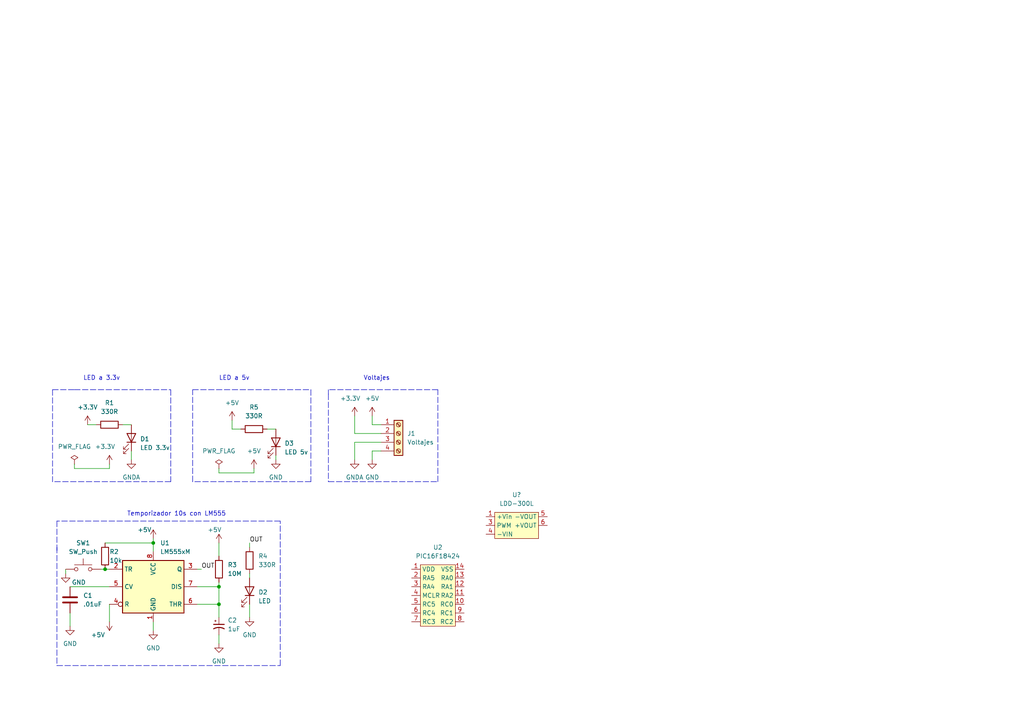
<source format=kicad_sch>
(kicad_sch (version 20211123) (generator eeschema)

  (uuid 33875fe4-0297-47c1-9469-f1fad3189245)

  (paper "A4")

  (title_block
    (title "Test")
    (date "2022-12-19")
    (rev "V1.0")
    (company "ElectronicCats")
    (comment 1 "Gustavo Ornelas")
  )

  (lib_symbols
    (symbol "Connector:Screw_Terminal_01x04" (pin_names (offset 1.016) hide) (in_bom yes) (on_board yes)
      (property "Reference" "J" (id 0) (at 0 5.08 0)
        (effects (font (size 1.27 1.27)))
      )
      (property "Value" "Screw_Terminal_01x04" (id 1) (at 0 -7.62 0)
        (effects (font (size 1.27 1.27)))
      )
      (property "Footprint" "" (id 2) (at 0 0 0)
        (effects (font (size 1.27 1.27)) hide)
      )
      (property "Datasheet" "~" (id 3) (at 0 0 0)
        (effects (font (size 1.27 1.27)) hide)
      )
      (property "ki_keywords" "screw terminal" (id 4) (at 0 0 0)
        (effects (font (size 1.27 1.27)) hide)
      )
      (property "ki_description" "Generic screw terminal, single row, 01x04, script generated (kicad-library-utils/schlib/autogen/connector/)" (id 5) (at 0 0 0)
        (effects (font (size 1.27 1.27)) hide)
      )
      (property "ki_fp_filters" "TerminalBlock*:*" (id 6) (at 0 0 0)
        (effects (font (size 1.27 1.27)) hide)
      )
      (symbol "Screw_Terminal_01x04_1_1"
        (rectangle (start -1.27 3.81) (end 1.27 -6.35)
          (stroke (width 0.254) (type default) (color 0 0 0 0))
          (fill (type background))
        )
        (circle (center 0 -5.08) (radius 0.635)
          (stroke (width 0.1524) (type default) (color 0 0 0 0))
          (fill (type none))
        )
        (circle (center 0 -2.54) (radius 0.635)
          (stroke (width 0.1524) (type default) (color 0 0 0 0))
          (fill (type none))
        )
        (polyline
          (pts
            (xy -0.5334 -4.7498)
            (xy 0.3302 -5.588)
          )
          (stroke (width 0.1524) (type default) (color 0 0 0 0))
          (fill (type none))
        )
        (polyline
          (pts
            (xy -0.5334 -2.2098)
            (xy 0.3302 -3.048)
          )
          (stroke (width 0.1524) (type default) (color 0 0 0 0))
          (fill (type none))
        )
        (polyline
          (pts
            (xy -0.5334 0.3302)
            (xy 0.3302 -0.508)
          )
          (stroke (width 0.1524) (type default) (color 0 0 0 0))
          (fill (type none))
        )
        (polyline
          (pts
            (xy -0.5334 2.8702)
            (xy 0.3302 2.032)
          )
          (stroke (width 0.1524) (type default) (color 0 0 0 0))
          (fill (type none))
        )
        (polyline
          (pts
            (xy -0.3556 -4.572)
            (xy 0.508 -5.4102)
          )
          (stroke (width 0.1524) (type default) (color 0 0 0 0))
          (fill (type none))
        )
        (polyline
          (pts
            (xy -0.3556 -2.032)
            (xy 0.508 -2.8702)
          )
          (stroke (width 0.1524) (type default) (color 0 0 0 0))
          (fill (type none))
        )
        (polyline
          (pts
            (xy -0.3556 0.508)
            (xy 0.508 -0.3302)
          )
          (stroke (width 0.1524) (type default) (color 0 0 0 0))
          (fill (type none))
        )
        (polyline
          (pts
            (xy -0.3556 3.048)
            (xy 0.508 2.2098)
          )
          (stroke (width 0.1524) (type default) (color 0 0 0 0))
          (fill (type none))
        )
        (circle (center 0 0) (radius 0.635)
          (stroke (width 0.1524) (type default) (color 0 0 0 0))
          (fill (type none))
        )
        (circle (center 0 2.54) (radius 0.635)
          (stroke (width 0.1524) (type default) (color 0 0 0 0))
          (fill (type none))
        )
        (pin passive line (at -5.08 2.54 0) (length 3.81)
          (name "Pin_1" (effects (font (size 1.27 1.27))))
          (number "1" (effects (font (size 1.27 1.27))))
        )
        (pin passive line (at -5.08 0 0) (length 3.81)
          (name "Pin_2" (effects (font (size 1.27 1.27))))
          (number "2" (effects (font (size 1.27 1.27))))
        )
        (pin passive line (at -5.08 -2.54 0) (length 3.81)
          (name "Pin_3" (effects (font (size 1.27 1.27))))
          (number "3" (effects (font (size 1.27 1.27))))
        )
        (pin passive line (at -5.08 -5.08 0) (length 3.81)
          (name "Pin_4" (effects (font (size 1.27 1.27))))
          (number "4" (effects (font (size 1.27 1.27))))
        )
      )
    )
    (symbol "Device:C" (pin_numbers hide) (pin_names (offset 0.254)) (in_bom yes) (on_board yes)
      (property "Reference" "C" (id 0) (at 0.635 2.54 0)
        (effects (font (size 1.27 1.27)) (justify left))
      )
      (property "Value" "C" (id 1) (at 0.635 -2.54 0)
        (effects (font (size 1.27 1.27)) (justify left))
      )
      (property "Footprint" "" (id 2) (at 0.9652 -3.81 0)
        (effects (font (size 1.27 1.27)) hide)
      )
      (property "Datasheet" "~" (id 3) (at 0 0 0)
        (effects (font (size 1.27 1.27)) hide)
      )
      (property "ki_keywords" "cap capacitor" (id 4) (at 0 0 0)
        (effects (font (size 1.27 1.27)) hide)
      )
      (property "ki_description" "Unpolarized capacitor" (id 5) (at 0 0 0)
        (effects (font (size 1.27 1.27)) hide)
      )
      (property "ki_fp_filters" "C_*" (id 6) (at 0 0 0)
        (effects (font (size 1.27 1.27)) hide)
      )
      (symbol "C_0_1"
        (polyline
          (pts
            (xy -2.032 -0.762)
            (xy 2.032 -0.762)
          )
          (stroke (width 0.508) (type default) (color 0 0 0 0))
          (fill (type none))
        )
        (polyline
          (pts
            (xy -2.032 0.762)
            (xy 2.032 0.762)
          )
          (stroke (width 0.508) (type default) (color 0 0 0 0))
          (fill (type none))
        )
      )
      (symbol "C_1_1"
        (pin passive line (at 0 3.81 270) (length 2.794)
          (name "~" (effects (font (size 1.27 1.27))))
          (number "1" (effects (font (size 1.27 1.27))))
        )
        (pin passive line (at 0 -3.81 90) (length 2.794)
          (name "~" (effects (font (size 1.27 1.27))))
          (number "2" (effects (font (size 1.27 1.27))))
        )
      )
    )
    (symbol "Device:C_Polarized_Small_US" (pin_numbers hide) (pin_names (offset 0.254) hide) (in_bom yes) (on_board yes)
      (property "Reference" "C" (id 0) (at 0.254 1.778 0)
        (effects (font (size 1.27 1.27)) (justify left))
      )
      (property "Value" "C_Polarized_Small_US" (id 1) (at 0.254 -2.032 0)
        (effects (font (size 1.27 1.27)) (justify left))
      )
      (property "Footprint" "" (id 2) (at 0 0 0)
        (effects (font (size 1.27 1.27)) hide)
      )
      (property "Datasheet" "~" (id 3) (at 0 0 0)
        (effects (font (size 1.27 1.27)) hide)
      )
      (property "ki_keywords" "cap capacitor" (id 4) (at 0 0 0)
        (effects (font (size 1.27 1.27)) hide)
      )
      (property "ki_description" "Polarized capacitor, small US symbol" (id 5) (at 0 0 0)
        (effects (font (size 1.27 1.27)) hide)
      )
      (property "ki_fp_filters" "CP_*" (id 6) (at 0 0 0)
        (effects (font (size 1.27 1.27)) hide)
      )
      (symbol "C_Polarized_Small_US_0_1"
        (polyline
          (pts
            (xy -1.524 0.508)
            (xy 1.524 0.508)
          )
          (stroke (width 0.3048) (type default) (color 0 0 0 0))
          (fill (type none))
        )
        (polyline
          (pts
            (xy -1.27 1.524)
            (xy -0.762 1.524)
          )
          (stroke (width 0) (type default) (color 0 0 0 0))
          (fill (type none))
        )
        (polyline
          (pts
            (xy -1.016 1.27)
            (xy -1.016 1.778)
          )
          (stroke (width 0) (type default) (color 0 0 0 0))
          (fill (type none))
        )
        (arc (start 1.524 -0.762) (mid 0 -0.3734) (end -1.524 -0.762)
          (stroke (width 0.3048) (type default) (color 0 0 0 0))
          (fill (type none))
        )
      )
      (symbol "C_Polarized_Small_US_1_1"
        (pin passive line (at 0 2.54 270) (length 2.032)
          (name "~" (effects (font (size 1.27 1.27))))
          (number "1" (effects (font (size 1.27 1.27))))
        )
        (pin passive line (at 0 -2.54 90) (length 2.032)
          (name "~" (effects (font (size 1.27 1.27))))
          (number "2" (effects (font (size 1.27 1.27))))
        )
      )
    )
    (symbol "Device:LED" (pin_numbers hide) (pin_names (offset 1.016) hide) (in_bom yes) (on_board yes)
      (property "Reference" "D" (id 0) (at 0 2.54 0)
        (effects (font (size 1.27 1.27)))
      )
      (property "Value" "LED" (id 1) (at 0 -2.54 0)
        (effects (font (size 1.27 1.27)))
      )
      (property "Footprint" "" (id 2) (at 0 0 0)
        (effects (font (size 1.27 1.27)) hide)
      )
      (property "Datasheet" "~" (id 3) (at 0 0 0)
        (effects (font (size 1.27 1.27)) hide)
      )
      (property "ki_keywords" "LED diode" (id 4) (at 0 0 0)
        (effects (font (size 1.27 1.27)) hide)
      )
      (property "ki_description" "Light emitting diode" (id 5) (at 0 0 0)
        (effects (font (size 1.27 1.27)) hide)
      )
      (property "ki_fp_filters" "LED* LED_SMD:* LED_THT:*" (id 6) (at 0 0 0)
        (effects (font (size 1.27 1.27)) hide)
      )
      (symbol "LED_0_1"
        (polyline
          (pts
            (xy -1.27 -1.27)
            (xy -1.27 1.27)
          )
          (stroke (width 0.254) (type default) (color 0 0 0 0))
          (fill (type none))
        )
        (polyline
          (pts
            (xy -1.27 0)
            (xy 1.27 0)
          )
          (stroke (width 0) (type default) (color 0 0 0 0))
          (fill (type none))
        )
        (polyline
          (pts
            (xy 1.27 -1.27)
            (xy 1.27 1.27)
            (xy -1.27 0)
            (xy 1.27 -1.27)
          )
          (stroke (width 0.254) (type default) (color 0 0 0 0))
          (fill (type none))
        )
        (polyline
          (pts
            (xy -3.048 -0.762)
            (xy -4.572 -2.286)
            (xy -3.81 -2.286)
            (xy -4.572 -2.286)
            (xy -4.572 -1.524)
          )
          (stroke (width 0) (type default) (color 0 0 0 0))
          (fill (type none))
        )
        (polyline
          (pts
            (xy -1.778 -0.762)
            (xy -3.302 -2.286)
            (xy -2.54 -2.286)
            (xy -3.302 -2.286)
            (xy -3.302 -1.524)
          )
          (stroke (width 0) (type default) (color 0 0 0 0))
          (fill (type none))
        )
      )
      (symbol "LED_1_1"
        (pin passive line (at -3.81 0 0) (length 2.54)
          (name "K" (effects (font (size 1.27 1.27))))
          (number "1" (effects (font (size 1.27 1.27))))
        )
        (pin passive line (at 3.81 0 180) (length 2.54)
          (name "A" (effects (font (size 1.27 1.27))))
          (number "2" (effects (font (size 1.27 1.27))))
        )
      )
    )
    (symbol "Device:R" (pin_numbers hide) (pin_names (offset 0)) (in_bom yes) (on_board yes)
      (property "Reference" "R" (id 0) (at 2.032 0 90)
        (effects (font (size 1.27 1.27)))
      )
      (property "Value" "R" (id 1) (at 0 0 90)
        (effects (font (size 1.27 1.27)))
      )
      (property "Footprint" "" (id 2) (at -1.778 0 90)
        (effects (font (size 1.27 1.27)) hide)
      )
      (property "Datasheet" "~" (id 3) (at 0 0 0)
        (effects (font (size 1.27 1.27)) hide)
      )
      (property "ki_keywords" "R res resistor" (id 4) (at 0 0 0)
        (effects (font (size 1.27 1.27)) hide)
      )
      (property "ki_description" "Resistor" (id 5) (at 0 0 0)
        (effects (font (size 1.27 1.27)) hide)
      )
      (property "ki_fp_filters" "R_*" (id 6) (at 0 0 0)
        (effects (font (size 1.27 1.27)) hide)
      )
      (symbol "R_0_1"
        (rectangle (start -1.016 -2.54) (end 1.016 2.54)
          (stroke (width 0.254) (type default) (color 0 0 0 0))
          (fill (type none))
        )
      )
      (symbol "R_1_1"
        (pin passive line (at 0 3.81 270) (length 1.27)
          (name "~" (effects (font (size 1.27 1.27))))
          (number "1" (effects (font (size 1.27 1.27))))
        )
        (pin passive line (at 0 -3.81 90) (length 1.27)
          (name "~" (effects (font (size 1.27 1.27))))
          (number "2" (effects (font (size 1.27 1.27))))
        )
      )
    )
    (symbol "Proyecto_1:LDD-300L" (in_bom yes) (on_board yes)
      (property "Reference" "U" (id 0) (at 1.27 -1.27 0)
        (effects (font (size 1.27 1.27)))
      )
      (property "Value" "LDD-300L" (id 1) (at 6.35 -12.7 0)
        (effects (font (size 1.27 1.27)))
      )
      (property "Footprint" "" (id 2) (at 0 0 0)
        (effects (font (size 1.27 1.27)) hide)
      )
      (property "Datasheet" "https://www.mouser.mx/datasheet/2/260/LDD_L_SPEC-1291586.pdf" (id 3) (at 0 0 0)
        (effects (font (size 1.27 1.27)) hide)
      )
      (symbol "LDD-300L_0_1"
        (rectangle (start -1.27 -2.54) (end 11.43 -10.16)
          (stroke (width 0) (type default) (color 0 0 0 0))
          (fill (type background))
        )
      )
      (symbol "LDD-300L_1_1"
        (pin input line (at -3.81 -3.81 0) (length 2.54)
          (name "+Vin" (effects (font (size 1.27 1.27))))
          (number "1" (effects (font (size 1.27 1.27))))
        )
        (pin input line (at -3.81 -6.35 0) (length 2.54)
          (name "PWM" (effects (font (size 1.27 1.27))))
          (number "3" (effects (font (size 1.27 1.27))))
        )
        (pin input line (at -3.81 -8.89 0) (length 2.54)
          (name "-VIN" (effects (font (size 1.27 1.27))))
          (number "4" (effects (font (size 1.27 1.27))))
        )
        (pin input line (at 13.97 -3.81 180) (length 2.54)
          (name "-VOUT" (effects (font (size 1.27 1.27))))
          (number "5" (effects (font (size 1.27 1.27))))
        )
        (pin input line (at 13.97 -6.35 180) (length 2.54)
          (name "+VOUT" (effects (font (size 1.27 1.27))))
          (number "6" (effects (font (size 1.27 1.27))))
        )
      )
    )
    (symbol "Proyecto_1:PIC16F18424" (in_bom yes) (on_board yes)
      (property "Reference" "U" (id 0) (at -3.81 0 0)
        (effects (font (size 1.27 1.27)))
      )
      (property "Value" "PIC16F18424" (id 1) (at 0 -20.32 0)
        (effects (font (size 1.27 1.27)))
      )
      (property "Footprint" "Package_SO:SOIC-14_3.9x8.7mm_P1.27mm" (id 2) (at 0 0 0)
        (effects (font (size 1.27 1.27)) hide)
      )
      (property "Datasheet" "https://www.mouser.mx/datasheet/2/268/PIC16_L_F18424_44_Microcontroller_Data_Sheet_DS400-3044375.pdf" (id 3) (at 0 0 0)
        (effects (font (size 1.27 1.27)) hide)
      )
      (property "Manuf°" "PIC16F18424-I/SL" (id 4) (at 0 0 0)
        (effects (font (size 1.27 1.27)) hide)
      )
      (symbol "PIC16F18424_0_1"
        (rectangle (start -5.08 -1.27) (end 5.08 -19.05)
          (stroke (width 0) (type default) (color 0 0 0 0))
          (fill (type background))
        )
      )
      (symbol "PIC16F18424_1_1"
        (pin input line (at -7.62 -2.54 0) (length 2.54)
          (name "VDD" (effects (font (size 1.27 1.27))))
          (number "1" (effects (font (size 1.27 1.27))))
        )
        (pin input line (at 7.62 -12.7 180) (length 2.54)
          (name "RC0" (effects (font (size 1.27 1.27))))
          (number "10" (effects (font (size 1.27 1.27))))
        )
        (pin input line (at 7.62 -10.16 180) (length 2.54)
          (name "RA2" (effects (font (size 1.27 1.27))))
          (number "11" (effects (font (size 1.27 1.27))))
        )
        (pin input line (at 7.62 -7.62 180) (length 2.54)
          (name "RA1" (effects (font (size 1.27 1.27))))
          (number "12" (effects (font (size 1.27 1.27))))
        )
        (pin input line (at 7.62 -5.08 180) (length 2.54)
          (name "RA0" (effects (font (size 1.27 1.27))))
          (number "13" (effects (font (size 1.27 1.27))))
        )
        (pin input line (at 7.62 -2.54 180) (length 2.54)
          (name "VSS" (effects (font (size 1.27 1.27))))
          (number "14" (effects (font (size 1.27 1.27))))
        )
        (pin input line (at -7.62 -5.08 0) (length 2.54)
          (name "RA5" (effects (font (size 1.27 1.27))))
          (number "2" (effects (font (size 1.27 1.27))))
        )
        (pin input line (at -7.62 -7.62 0) (length 2.54)
          (name "RA4" (effects (font (size 1.27 1.27))))
          (number "3" (effects (font (size 1.27 1.27))))
        )
        (pin input line (at -7.62 -10.16 0) (length 2.54)
          (name "MCLR" (effects (font (size 1.27 1.27))))
          (number "4" (effects (font (size 1.27 1.27))))
        )
        (pin input line (at -7.62 -12.7 0) (length 2.54)
          (name "RC5" (effects (font (size 1.27 1.27))))
          (number "5" (effects (font (size 1.27 1.27))))
        )
        (pin input line (at -7.62 -15.24 0) (length 2.54)
          (name "RC4" (effects (font (size 1.27 1.27))))
          (number "6" (effects (font (size 1.27 1.27))))
        )
        (pin input line (at -7.62 -17.78 0) (length 2.54)
          (name "RC3" (effects (font (size 1.27 1.27))))
          (number "7" (effects (font (size 1.27 1.27))))
        )
        (pin input line (at 7.62 -17.78 180) (length 2.54)
          (name "RC2" (effects (font (size 1.27 1.27))))
          (number "8" (effects (font (size 1.27 1.27))))
        )
        (pin input line (at 7.62 -15.24 180) (length 2.54)
          (name "RC1" (effects (font (size 1.27 1.27))))
          (number "9" (effects (font (size 1.27 1.27))))
        )
      )
    )
    (symbol "Switch:SW_Push" (pin_numbers hide) (pin_names (offset 1.016) hide) (in_bom yes) (on_board yes)
      (property "Reference" "SW" (id 0) (at 1.27 2.54 0)
        (effects (font (size 1.27 1.27)) (justify left))
      )
      (property "Value" "SW_Push" (id 1) (at 0 -1.524 0)
        (effects (font (size 1.27 1.27)))
      )
      (property "Footprint" "" (id 2) (at 0 5.08 0)
        (effects (font (size 1.27 1.27)) hide)
      )
      (property "Datasheet" "~" (id 3) (at 0 5.08 0)
        (effects (font (size 1.27 1.27)) hide)
      )
      (property "ki_keywords" "switch normally-open pushbutton push-button" (id 4) (at 0 0 0)
        (effects (font (size 1.27 1.27)) hide)
      )
      (property "ki_description" "Push button switch, generic, two pins" (id 5) (at 0 0 0)
        (effects (font (size 1.27 1.27)) hide)
      )
      (symbol "SW_Push_0_1"
        (circle (center -2.032 0) (radius 0.508)
          (stroke (width 0) (type default) (color 0 0 0 0))
          (fill (type none))
        )
        (polyline
          (pts
            (xy 0 1.27)
            (xy 0 3.048)
          )
          (stroke (width 0) (type default) (color 0 0 0 0))
          (fill (type none))
        )
        (polyline
          (pts
            (xy 2.54 1.27)
            (xy -2.54 1.27)
          )
          (stroke (width 0) (type default) (color 0 0 0 0))
          (fill (type none))
        )
        (circle (center 2.032 0) (radius 0.508)
          (stroke (width 0) (type default) (color 0 0 0 0))
          (fill (type none))
        )
        (pin passive line (at -5.08 0 0) (length 2.54)
          (name "1" (effects (font (size 1.27 1.27))))
          (number "1" (effects (font (size 1.27 1.27))))
        )
        (pin passive line (at 5.08 0 180) (length 2.54)
          (name "2" (effects (font (size 1.27 1.27))))
          (number "2" (effects (font (size 1.27 1.27))))
        )
      )
    )
    (symbol "Timer:LM555xM" (in_bom yes) (on_board yes)
      (property "Reference" "U" (id 0) (at -10.16 8.89 0)
        (effects (font (size 1.27 1.27)) (justify left))
      )
      (property "Value" "LM555xM" (id 1) (at 2.54 8.89 0)
        (effects (font (size 1.27 1.27)) (justify left))
      )
      (property "Footprint" "Package_SO:SOIC-8_3.9x4.9mm_P1.27mm" (id 2) (at 21.59 -10.16 0)
        (effects (font (size 1.27 1.27)) hide)
      )
      (property "Datasheet" "http://www.ti.com/lit/ds/symlink/lm555.pdf" (id 3) (at 21.59 -10.16 0)
        (effects (font (size 1.27 1.27)) hide)
      )
      (property "ki_keywords" "single timer 555" (id 4) (at 0 0 0)
        (effects (font (size 1.27 1.27)) hide)
      )
      (property "ki_description" "Timer, 555 compatible, SOIC-8" (id 5) (at 0 0 0)
        (effects (font (size 1.27 1.27)) hide)
      )
      (property "ki_fp_filters" "SOIC*3.9x4.9mm*P1.27mm*" (id 6) (at 0 0 0)
        (effects (font (size 1.27 1.27)) hide)
      )
      (symbol "LM555xM_0_0"
        (pin power_in line (at 0 -10.16 90) (length 2.54)
          (name "GND" (effects (font (size 1.27 1.27))))
          (number "1" (effects (font (size 1.27 1.27))))
        )
        (pin power_in line (at 0 10.16 270) (length 2.54)
          (name "VCC" (effects (font (size 1.27 1.27))))
          (number "8" (effects (font (size 1.27 1.27))))
        )
      )
      (symbol "LM555xM_0_1"
        (rectangle (start -8.89 -7.62) (end 8.89 7.62)
          (stroke (width 0.254) (type default) (color 0 0 0 0))
          (fill (type background))
        )
        (rectangle (start -8.89 -7.62) (end 8.89 7.62)
          (stroke (width 0.254) (type default) (color 0 0 0 0))
          (fill (type background))
        )
      )
      (symbol "LM555xM_1_1"
        (pin input line (at -12.7 5.08 0) (length 3.81)
          (name "TR" (effects (font (size 1.27 1.27))))
          (number "2" (effects (font (size 1.27 1.27))))
        )
        (pin output line (at 12.7 5.08 180) (length 3.81)
          (name "Q" (effects (font (size 1.27 1.27))))
          (number "3" (effects (font (size 1.27 1.27))))
        )
        (pin input inverted (at -12.7 -5.08 0) (length 3.81)
          (name "R" (effects (font (size 1.27 1.27))))
          (number "4" (effects (font (size 1.27 1.27))))
        )
        (pin input line (at -12.7 0 0) (length 3.81)
          (name "CV" (effects (font (size 1.27 1.27))))
          (number "5" (effects (font (size 1.27 1.27))))
        )
        (pin input line (at 12.7 -5.08 180) (length 3.81)
          (name "THR" (effects (font (size 1.27 1.27))))
          (number "6" (effects (font (size 1.27 1.27))))
        )
        (pin input line (at 12.7 0 180) (length 3.81)
          (name "DIS" (effects (font (size 1.27 1.27))))
          (number "7" (effects (font (size 1.27 1.27))))
        )
      )
    )
    (symbol "power:+3.3V" (power) (pin_names (offset 0)) (in_bom yes) (on_board yes)
      (property "Reference" "#PWR" (id 0) (at 0 -3.81 0)
        (effects (font (size 1.27 1.27)) hide)
      )
      (property "Value" "+3.3V" (id 1) (at 0 3.556 0)
        (effects (font (size 1.27 1.27)))
      )
      (property "Footprint" "" (id 2) (at 0 0 0)
        (effects (font (size 1.27 1.27)) hide)
      )
      (property "Datasheet" "" (id 3) (at 0 0 0)
        (effects (font (size 1.27 1.27)) hide)
      )
      (property "ki_keywords" "power-flag" (id 4) (at 0 0 0)
        (effects (font (size 1.27 1.27)) hide)
      )
      (property "ki_description" "Power symbol creates a global label with name \"+3.3V\"" (id 5) (at 0 0 0)
        (effects (font (size 1.27 1.27)) hide)
      )
      (symbol "+3.3V_0_1"
        (polyline
          (pts
            (xy -0.762 1.27)
            (xy 0 2.54)
          )
          (stroke (width 0) (type default) (color 0 0 0 0))
          (fill (type none))
        )
        (polyline
          (pts
            (xy 0 0)
            (xy 0 2.54)
          )
          (stroke (width 0) (type default) (color 0 0 0 0))
          (fill (type none))
        )
        (polyline
          (pts
            (xy 0 2.54)
            (xy 0.762 1.27)
          )
          (stroke (width 0) (type default) (color 0 0 0 0))
          (fill (type none))
        )
      )
      (symbol "+3.3V_1_1"
        (pin power_in line (at 0 0 90) (length 0) hide
          (name "+3.3V" (effects (font (size 1.27 1.27))))
          (number "1" (effects (font (size 1.27 1.27))))
        )
      )
    )
    (symbol "power:+5V" (power) (pin_names (offset 0)) (in_bom yes) (on_board yes)
      (property "Reference" "#PWR" (id 0) (at 0 -3.81 0)
        (effects (font (size 1.27 1.27)) hide)
      )
      (property "Value" "+5V" (id 1) (at 0 3.556 0)
        (effects (font (size 1.27 1.27)))
      )
      (property "Footprint" "" (id 2) (at 0 0 0)
        (effects (font (size 1.27 1.27)) hide)
      )
      (property "Datasheet" "" (id 3) (at 0 0 0)
        (effects (font (size 1.27 1.27)) hide)
      )
      (property "ki_keywords" "power-flag" (id 4) (at 0 0 0)
        (effects (font (size 1.27 1.27)) hide)
      )
      (property "ki_description" "Power symbol creates a global label with name \"+5V\"" (id 5) (at 0 0 0)
        (effects (font (size 1.27 1.27)) hide)
      )
      (symbol "+5V_0_1"
        (polyline
          (pts
            (xy -0.762 1.27)
            (xy 0 2.54)
          )
          (stroke (width 0) (type default) (color 0 0 0 0))
          (fill (type none))
        )
        (polyline
          (pts
            (xy 0 0)
            (xy 0 2.54)
          )
          (stroke (width 0) (type default) (color 0 0 0 0))
          (fill (type none))
        )
        (polyline
          (pts
            (xy 0 2.54)
            (xy 0.762 1.27)
          )
          (stroke (width 0) (type default) (color 0 0 0 0))
          (fill (type none))
        )
      )
      (symbol "+5V_1_1"
        (pin power_in line (at 0 0 90) (length 0) hide
          (name "+5V" (effects (font (size 1.27 1.27))))
          (number "1" (effects (font (size 1.27 1.27))))
        )
      )
    )
    (symbol "power:GND" (power) (pin_names (offset 0)) (in_bom yes) (on_board yes)
      (property "Reference" "#PWR" (id 0) (at 0 -6.35 0)
        (effects (font (size 1.27 1.27)) hide)
      )
      (property "Value" "GND" (id 1) (at 0 -3.81 0)
        (effects (font (size 1.27 1.27)))
      )
      (property "Footprint" "" (id 2) (at 0 0 0)
        (effects (font (size 1.27 1.27)) hide)
      )
      (property "Datasheet" "" (id 3) (at 0 0 0)
        (effects (font (size 1.27 1.27)) hide)
      )
      (property "ki_keywords" "power-flag" (id 4) (at 0 0 0)
        (effects (font (size 1.27 1.27)) hide)
      )
      (property "ki_description" "Power symbol creates a global label with name \"GND\" , ground" (id 5) (at 0 0 0)
        (effects (font (size 1.27 1.27)) hide)
      )
      (symbol "GND_0_1"
        (polyline
          (pts
            (xy 0 0)
            (xy 0 -1.27)
            (xy 1.27 -1.27)
            (xy 0 -2.54)
            (xy -1.27 -1.27)
            (xy 0 -1.27)
          )
          (stroke (width 0) (type default) (color 0 0 0 0))
          (fill (type none))
        )
      )
      (symbol "GND_1_1"
        (pin power_in line (at 0 0 270) (length 0) hide
          (name "GND" (effects (font (size 1.27 1.27))))
          (number "1" (effects (font (size 1.27 1.27))))
        )
      )
    )
    (symbol "power:GNDA" (power) (pin_names (offset 0)) (in_bom yes) (on_board yes)
      (property "Reference" "#PWR" (id 0) (at 0 -6.35 0)
        (effects (font (size 1.27 1.27)) hide)
      )
      (property "Value" "GNDA" (id 1) (at 0 -3.81 0)
        (effects (font (size 1.27 1.27)))
      )
      (property "Footprint" "" (id 2) (at 0 0 0)
        (effects (font (size 1.27 1.27)) hide)
      )
      (property "Datasheet" "" (id 3) (at 0 0 0)
        (effects (font (size 1.27 1.27)) hide)
      )
      (property "ki_keywords" "power-flag" (id 4) (at 0 0 0)
        (effects (font (size 1.27 1.27)) hide)
      )
      (property "ki_description" "Power symbol creates a global label with name \"GNDA\" , analog ground" (id 5) (at 0 0 0)
        (effects (font (size 1.27 1.27)) hide)
      )
      (symbol "GNDA_0_1"
        (polyline
          (pts
            (xy 0 0)
            (xy 0 -1.27)
            (xy 1.27 -1.27)
            (xy 0 -2.54)
            (xy -1.27 -1.27)
            (xy 0 -1.27)
          )
          (stroke (width 0) (type default) (color 0 0 0 0))
          (fill (type none))
        )
      )
      (symbol "GNDA_1_1"
        (pin power_in line (at 0 0 270) (length 0) hide
          (name "GNDA" (effects (font (size 1.27 1.27))))
          (number "1" (effects (font (size 1.27 1.27))))
        )
      )
    )
    (symbol "power:PWR_FLAG" (power) (pin_numbers hide) (pin_names (offset 0) hide) (in_bom yes) (on_board yes)
      (property "Reference" "#FLG" (id 0) (at 0 1.905 0)
        (effects (font (size 1.27 1.27)) hide)
      )
      (property "Value" "PWR_FLAG" (id 1) (at 0 3.81 0)
        (effects (font (size 1.27 1.27)))
      )
      (property "Footprint" "" (id 2) (at 0 0 0)
        (effects (font (size 1.27 1.27)) hide)
      )
      (property "Datasheet" "~" (id 3) (at 0 0 0)
        (effects (font (size 1.27 1.27)) hide)
      )
      (property "ki_keywords" "power-flag" (id 4) (at 0 0 0)
        (effects (font (size 1.27 1.27)) hide)
      )
      (property "ki_description" "Special symbol for telling ERC where power comes from" (id 5) (at 0 0 0)
        (effects (font (size 1.27 1.27)) hide)
      )
      (symbol "PWR_FLAG_0_0"
        (pin power_out line (at 0 0 90) (length 0)
          (name "pwr" (effects (font (size 1.27 1.27))))
          (number "1" (effects (font (size 1.27 1.27))))
        )
      )
      (symbol "PWR_FLAG_0_1"
        (polyline
          (pts
            (xy 0 0)
            (xy 0 1.27)
            (xy -1.016 1.905)
            (xy 0 2.54)
            (xy 1.016 1.905)
            (xy 0 1.27)
          )
          (stroke (width 0) (type default) (color 0 0 0 0))
          (fill (type none))
        )
      )
    )
  )

  (junction (at 44.45 157.48) (diameter 0) (color 0 0 0 0)
    (uuid 3b8d3e9b-c91b-41f1-938c-cc7effda89ca)
  )
  (junction (at 63.5 175.26) (diameter 0) (color 0 0 0 0)
    (uuid 9679d3f7-286e-45dc-b6e7-5662429ac46e)
  )
  (junction (at 30.48 165.1) (diameter 0) (color 0 0 0 0)
    (uuid 9dc721d5-830a-448a-939a-a20fd1af7e69)
  )
  (junction (at 63.5 170.18) (diameter 0) (color 0 0 0 0)
    (uuid ae1bacb0-94be-4a3b-b880-24304a42e21b)
  )

  (wire (pts (xy 73.66 137.16) (xy 73.66 135.89))
    (stroke (width 0) (type default) (color 0 0 0 0))
    (uuid 01d1e85d-8a31-48b5-8646-991c487afa4b)
  )
  (polyline (pts (xy 16.51 151.13) (xy 16.51 160.02))
    (stroke (width 0) (type default) (color 0 0 0 0))
    (uuid 0667086a-89a0-4f14-8019-6b1baaab5971)
  )

  (wire (pts (xy 72.39 157.48) (xy 72.39 158.75))
    (stroke (width 0) (type default) (color 0 0 0 0))
    (uuid 0821c6d1-d90f-43a1-954a-5a72a7836602)
  )
  (wire (pts (xy 63.5 184.15) (xy 63.5 186.69))
    (stroke (width 0) (type default) (color 0 0 0 0))
    (uuid 0956c2a4-0cf7-4833-94b4-7963625b4331)
  )
  (polyline (pts (xy 90.17 139.7) (xy 55.88 139.7))
    (stroke (width 0) (type default) (color 0 0 0 0))
    (uuid 09f9a113-30d4-445a-8984-0c49370ff0f4)
  )

  (wire (pts (xy 107.95 130.81) (xy 107.95 133.35))
    (stroke (width 0) (type default) (color 0 0 0 0))
    (uuid 11a36748-0cac-4a51-bb29-233e4ad01445)
  )
  (wire (pts (xy 30.48 165.1) (xy 31.75 165.1))
    (stroke (width 0) (type default) (color 0 0 0 0))
    (uuid 14c1eb44-3329-423d-b137-ef6677bd1892)
  )
  (wire (pts (xy 20.32 170.18) (xy 31.75 170.18))
    (stroke (width 0) (type default) (color 0 0 0 0))
    (uuid 1555dfab-a801-49ec-863b-0c7ca41b5db9)
  )
  (polyline (pts (xy 21.59 113.03) (xy 49.53 113.03))
    (stroke (width 0) (type default) (color 0 0 0 0))
    (uuid 1844d289-46a6-4630-8b1d-c31a09ba7e85)
  )

  (wire (pts (xy 44.45 180.34) (xy 44.45 182.88))
    (stroke (width 0) (type default) (color 0 0 0 0))
    (uuid 1a6eb405-a36f-4993-8263-119d55fea0c9)
  )
  (wire (pts (xy 63.5 137.16) (xy 63.5 135.89))
    (stroke (width 0) (type default) (color 0 0 0 0))
    (uuid 29b49f07-1579-46f0-b3d6-702707b2e135)
  )
  (wire (pts (xy 67.31 124.46) (xy 69.85 124.46))
    (stroke (width 0) (type default) (color 0 0 0 0))
    (uuid 2db79e8d-111c-4769-800d-f0ba0f24713c)
  )
  (wire (pts (xy 19.05 165.1) (xy 19.05 166.37))
    (stroke (width 0) (type default) (color 0 0 0 0))
    (uuid 2fa2dc82-2d30-4375-896d-3fffa931fef8)
  )
  (polyline (pts (xy 55.88 113.03) (xy 90.17 113.03))
    (stroke (width 0) (type default) (color 0 0 0 0))
    (uuid 3009879b-3253-4244-8472-9436b2e27c75)
  )
  (polyline (pts (xy 16.51 158.75) (xy 16.51 193.04))
    (stroke (width 0) (type default) (color 0 0 0 0))
    (uuid 3247d55d-e445-4089-8d4e-5df1ea301502)
  )

  (wire (pts (xy 57.15 175.26) (xy 63.5 175.26))
    (stroke (width 0) (type default) (color 0 0 0 0))
    (uuid 33fe9286-5d19-4043-bc0e-2f29a0a7dced)
  )
  (polyline (pts (xy 55.88 139.7) (xy 55.88 113.03))
    (stroke (width 0) (type default) (color 0 0 0 0))
    (uuid 410fe309-009f-45fe-8534-df1d4157bf08)
  )

  (wire (pts (xy 25.4 123.19) (xy 27.94 123.19))
    (stroke (width 0) (type default) (color 0 0 0 0))
    (uuid 4373dbca-7ac5-49cb-ba32-aaab40be0387)
  )
  (wire (pts (xy 38.1 130.81) (xy 38.1 133.35))
    (stroke (width 0) (type default) (color 0 0 0 0))
    (uuid 49dd984b-3e5e-4f32-aa7a-cc2deabcd6f2)
  )
  (polyline (pts (xy 81.28 193.04) (xy 81.28 151.13))
    (stroke (width 0) (type default) (color 0 0 0 0))
    (uuid 49fce0fe-360f-4bbb-a89b-7fb07a9f321f)
  )

  (wire (pts (xy 77.47 124.46) (xy 80.01 124.46))
    (stroke (width 0) (type default) (color 0 0 0 0))
    (uuid 4a4c1194-72cf-45a6-9152-beb20d3ef653)
  )
  (polyline (pts (xy 55.88 139.7) (xy 55.88 139.7))
    (stroke (width 0) (type default) (color 0 0 0 0))
    (uuid 5104995d-0b7f-4673-a06c-e870564b04c2)
  )

  (wire (pts (xy 80.01 133.35) (xy 80.01 132.08))
    (stroke (width 0) (type default) (color 0 0 0 0))
    (uuid 54c6f993-5d0c-40a0-97c7-81fb85a19a35)
  )
  (polyline (pts (xy 127 139.7) (xy 127 113.03))
    (stroke (width 0) (type default) (color 0 0 0 0))
    (uuid 55c59282-aff3-4467-a37d-725936094271)
  )

  (wire (pts (xy 35.56 123.19) (xy 38.1 123.19))
    (stroke (width 0) (type default) (color 0 0 0 0))
    (uuid 588eaccb-5cee-4d64-963f-828e98d6341f)
  )
  (wire (pts (xy 63.5 157.48) (xy 63.5 161.29))
    (stroke (width 0) (type default) (color 0 0 0 0))
    (uuid 5f347422-2e93-4a03-b6cf-f316a4f4f56f)
  )
  (wire (pts (xy 110.49 125.73) (xy 102.87 125.73))
    (stroke (width 0) (type default) (color 0 0 0 0))
    (uuid 64776c8b-4d13-4893-a51e-bad7ab67f87c)
  )
  (wire (pts (xy 57.15 170.18) (xy 63.5 170.18))
    (stroke (width 0) (type default) (color 0 0 0 0))
    (uuid 682f50ec-1b4c-45e9-a9cf-0c48829d6c7d)
  )
  (wire (pts (xy 102.87 125.73) (xy 102.87 120.65))
    (stroke (width 0) (type default) (color 0 0 0 0))
    (uuid 6b9bb8bd-547e-4aef-9758-dbe66ae2e188)
  )
  (wire (pts (xy 110.49 128.27) (xy 102.87 128.27))
    (stroke (width 0) (type default) (color 0 0 0 0))
    (uuid 6c6d97bb-8f73-450b-b273-1763a632282f)
  )
  (wire (pts (xy 30.48 157.48) (xy 44.45 157.48))
    (stroke (width 0) (type default) (color 0 0 0 0))
    (uuid 726f1dff-a7a4-474a-9470-c69d580d71ca)
  )
  (polyline (pts (xy 81.28 151.13) (xy 16.51 151.13))
    (stroke (width 0) (type default) (color 0 0 0 0))
    (uuid 76cc131d-7143-4128-ace1-d2f506806978)
  )

  (wire (pts (xy 21.59 135.89) (xy 21.59 134.62))
    (stroke (width 0) (type default) (color 0 0 0 0))
    (uuid 7bf1502b-c40b-4576-a52d-6eba0ec46f60)
  )
  (wire (pts (xy 72.39 166.37) (xy 72.39 167.64))
    (stroke (width 0) (type default) (color 0 0 0 0))
    (uuid 7e69efb2-ddf0-4a73-a048-288484301c8c)
  )
  (wire (pts (xy 21.59 135.89) (xy 31.75 135.89))
    (stroke (width 0) (type default) (color 0 0 0 0))
    (uuid 80400e64-2600-4f66-b61f-4d7aaa7dddd9)
  )
  (polyline (pts (xy 16.51 193.04) (xy 81.28 193.04))
    (stroke (width 0) (type default) (color 0 0 0 0))
    (uuid 8c022345-9df2-4970-8e2c-65a847cf3177)
  )

  (wire (pts (xy 107.95 123.19) (xy 107.95 120.65))
    (stroke (width 0) (type default) (color 0 0 0 0))
    (uuid 90dc64b6-beeb-4e11-9fd8-2f7600db6a89)
  )
  (wire (pts (xy 102.87 128.27) (xy 102.87 133.35))
    (stroke (width 0) (type default) (color 0 0 0 0))
    (uuid 91fbf212-639f-4738-b75d-12e06a29060e)
  )
  (polyline (pts (xy 90.17 113.03) (xy 90.17 139.7))
    (stroke (width 0) (type default) (color 0 0 0 0))
    (uuid 97f96bcb-bf36-4bb2-92ef-c67577bb650b)
  )

  (wire (pts (xy 63.5 137.16) (xy 73.66 137.16))
    (stroke (width 0) (type default) (color 0 0 0 0))
    (uuid 9bf66ed1-cbca-4a00-b605-5486d9e27413)
  )
  (polyline (pts (xy 49.53 113.03) (xy 49.53 139.7))
    (stroke (width 0) (type default) (color 0 0 0 0))
    (uuid a39349da-72a7-441a-80ff-8b91fea1d53f)
  )
  (polyline (pts (xy 127 113.03) (xy 95.25 113.03))
    (stroke (width 0) (type default) (color 0 0 0 0))
    (uuid b1ec00a7-7625-44b4-98d2-c941a0a2c2cd)
  )
  (polyline (pts (xy 95.25 113.03) (xy 95.25 114.3))
    (stroke (width 0) (type default) (color 0 0 0 0))
    (uuid b241451e-e1af-4155-b86e-46d4e5d416f5)
  )
  (polyline (pts (xy 15.24 113.03) (xy 15.24 139.7))
    (stroke (width 0) (type default) (color 0 0 0 0))
    (uuid b489de2b-eb38-4630-846d-0f9ec17cf2b1)
  )

  (wire (pts (xy 72.39 175.26) (xy 72.39 179.07))
    (stroke (width 0) (type default) (color 0 0 0 0))
    (uuid bc1c87ad-32df-4311-9621-2974c38bf985)
  )
  (wire (pts (xy 63.5 170.18) (xy 63.5 175.26))
    (stroke (width 0) (type default) (color 0 0 0 0))
    (uuid bfe0e6f7-5743-45bf-a0ec-24c904463dbd)
  )
  (wire (pts (xy 20.32 177.8) (xy 20.32 181.61))
    (stroke (width 0) (type default) (color 0 0 0 0))
    (uuid cb1da681-9526-4fd2-a154-107242e9a075)
  )
  (polyline (pts (xy 15.24 113.03) (xy 21.59 113.03))
    (stroke (width 0) (type default) (color 0 0 0 0))
    (uuid ccc06b84-917b-444a-96c6-f7458591a20d)
  )

  (wire (pts (xy 63.5 179.07) (xy 63.5 175.26))
    (stroke (width 0) (type default) (color 0 0 0 0))
    (uuid d05f1b8e-d162-4aa4-b5ae-4f39d1ec0434)
  )
  (wire (pts (xy 67.31 121.92) (xy 67.31 124.46))
    (stroke (width 0) (type default) (color 0 0 0 0))
    (uuid d47d0b95-bb6a-4cc0-bfa6-0dcddd3b38bb)
  )
  (wire (pts (xy 44.45 156.21) (xy 44.45 157.48))
    (stroke (width 0) (type default) (color 0 0 0 0))
    (uuid d5f6caaa-b7c4-4be5-8124-543b88050591)
  )
  (wire (pts (xy 31.75 135.89) (xy 31.75 134.62))
    (stroke (width 0) (type default) (color 0 0 0 0))
    (uuid dc137065-a0b0-468a-bd2e-d3b048f1d45a)
  )
  (wire (pts (xy 44.45 157.48) (xy 44.45 160.02))
    (stroke (width 0) (type default) (color 0 0 0 0))
    (uuid df184ad9-ad4d-4121-8955-5f0f9a986906)
  )
  (wire (pts (xy 31.75 175.26) (xy 31.75 180.34))
    (stroke (width 0) (type default) (color 0 0 0 0))
    (uuid e15ec6f8-6625-4711-a0a2-3dc5febc3f5f)
  )
  (wire (pts (xy 107.95 130.81) (xy 110.49 130.81))
    (stroke (width 0) (type default) (color 0 0 0 0))
    (uuid e70aa652-28a2-4d73-88f0-2f9817507096)
  )
  (polyline (pts (xy 49.53 139.7) (xy 15.24 139.7))
    (stroke (width 0) (type default) (color 0 0 0 0))
    (uuid e94ca0fa-cf41-4c43-b2d1-5704cdf52831)
  )

  (wire (pts (xy 63.5 168.91) (xy 63.5 170.18))
    (stroke (width 0) (type default) (color 0 0 0 0))
    (uuid f236fa26-8591-4b4c-9634-ded3a037eadb)
  )
  (wire (pts (xy 29.21 165.1) (xy 30.48 165.1))
    (stroke (width 0) (type default) (color 0 0 0 0))
    (uuid f29c3fed-d120-4dcc-8cf6-cb149f4966f0)
  )
  (polyline (pts (xy 95.25 114.3) (xy 95.25 139.7))
    (stroke (width 0) (type default) (color 0 0 0 0))
    (uuid f302a9a0-a72f-4877-8dca-277663a8b086)
  )
  (polyline (pts (xy 95.25 139.7) (xy 127 139.7))
    (stroke (width 0) (type default) (color 0 0 0 0))
    (uuid f7547117-4bd1-4da1-ba38-e55a7ace0340)
  )

  (wire (pts (xy 57.15 165.1) (xy 58.42 165.1))
    (stroke (width 0) (type default) (color 0 0 0 0))
    (uuid fe3687d6-56d1-4cb9-996b-33f530a1649b)
  )
  (wire (pts (xy 110.49 123.19) (xy 107.95 123.19))
    (stroke (width 0) (type default) (color 0 0 0 0))
    (uuid ffea477d-8151-4f4e-8c56-22e2dac9977a)
  )

  (text "LED a 3.3v" (at 24.13 110.49 0)
    (effects (font (size 1.27 1.27)) (justify left bottom))
    (uuid 1dd57569-932b-47b9-9e74-ff2f0a43ca83)
  )
  (text "LED a 5v" (at 63.5 110.49 0)
    (effects (font (size 1.27 1.27)) (justify left bottom))
    (uuid 20207a87-1991-40bb-84be-cb71fb8c05ec)
  )
  (text "Voltajes" (at 105.41 110.49 0)
    (effects (font (size 1.27 1.27)) (justify left bottom))
    (uuid 52603599-7573-4262-9f09-c07717593399)
  )
  (text "Temporizador 10s con LM555" (at 36.83 149.86 0)
    (effects (font (size 1.27 1.27)) (justify left bottom))
    (uuid 950d56ea-713e-4fbd-92ed-72e8a8141def)
  )

  (label "OUT" (at 58.42 165.1 0)
    (effects (font (size 1.27 1.27)) (justify left bottom))
    (uuid 5ca03660-24a0-400a-bdc7-fc443265ea95)
  )
  (label "OUT" (at 72.39 157.48 0)
    (effects (font (size 1.27 1.27)) (justify left bottom))
    (uuid 655cfd5d-0911-40eb-ae45-254ff88135a5)
  )

  (symbol (lib_id "power:+3.3V") (at 102.87 120.65 0) (unit 1)
    (in_bom yes) (on_board yes)
    (uuid 06b85d37-7521-433b-b348-55c2b394dd04)
    (property "Reference" "#PWR015" (id 0) (at 102.87 124.46 0)
      (effects (font (size 1.27 1.27)) hide)
    )
    (property "Value" "+3.3V" (id 1) (at 101.6 115.57 0))
    (property "Footprint" "" (id 2) (at 102.87 120.65 0)
      (effects (font (size 1.27 1.27)) hide)
    )
    (property "Datasheet" "" (id 3) (at 102.87 120.65 0)
      (effects (font (size 1.27 1.27)) hide)
    )
    (pin "1" (uuid 140804a9-dca4-4fb6-a809-22c6bdaec6ea))
  )

  (symbol (lib_id "power:+5V") (at 67.31 121.92 0) (unit 1)
    (in_bom yes) (on_board yes) (fields_autoplaced)
    (uuid 07d7f533-29a1-4c3d-90ec-1e4fbb66f1a2)
    (property "Reference" "#PWR012" (id 0) (at 67.31 125.73 0)
      (effects (font (size 1.27 1.27)) hide)
    )
    (property "Value" "+5V" (id 1) (at 67.31 116.84 0))
    (property "Footprint" "" (id 2) (at 67.31 121.92 0)
      (effects (font (size 1.27 1.27)) hide)
    )
    (property "Datasheet" "" (id 3) (at 67.31 121.92 0)
      (effects (font (size 1.27 1.27)) hide)
    )
    (pin "1" (uuid 5863ef56-f7a5-436c-b15b-003e0e19fadb))
  )

  (symbol (lib_id "power:GND") (at 63.5 186.69 0) (unit 1)
    (in_bom yes) (on_board yes) (fields_autoplaced)
    (uuid 229383e1-4d61-4005-8a54-d0a3c7a6a19d)
    (property "Reference" "#PWR010" (id 0) (at 63.5 193.04 0)
      (effects (font (size 1.27 1.27)) hide)
    )
    (property "Value" "GND" (id 1) (at 63.5 191.77 0))
    (property "Footprint" "" (id 2) (at 63.5 186.69 0)
      (effects (font (size 1.27 1.27)) hide)
    )
    (property "Datasheet" "" (id 3) (at 63.5 186.69 0)
      (effects (font (size 1.27 1.27)) hide)
    )
    (pin "1" (uuid 4a1c6466-c0d5-461e-9b5f-856b76d936ff))
  )

  (symbol (lib_id "power:PWR_FLAG") (at 21.59 134.62 0) (unit 1)
    (in_bom yes) (on_board yes) (fields_autoplaced)
    (uuid 26081488-fc0c-4cca-b971-633873048df6)
    (property "Reference" "#FLG01" (id 0) (at 21.59 132.715 0)
      (effects (font (size 1.27 1.27)) hide)
    )
    (property "Value" "PWR_FLAG" (id 1) (at 21.59 129.54 0))
    (property "Footprint" "" (id 2) (at 21.59 134.62 0)
      (effects (font (size 1.27 1.27)) hide)
    )
    (property "Datasheet" "~" (id 3) (at 21.59 134.62 0)
      (effects (font (size 1.27 1.27)) hide)
    )
    (pin "1" (uuid 52989deb-d783-4cf2-aad4-0f54e63e6788))
  )

  (symbol (lib_id "Timer:LM555xM") (at 44.45 170.18 0) (unit 1)
    (in_bom yes) (on_board yes) (fields_autoplaced)
    (uuid 2aaef6a3-2195-4dce-b6a5-c0cddf2a1260)
    (property "Reference" "U1" (id 0) (at 46.4694 157.48 0)
      (effects (font (size 1.27 1.27)) (justify left))
    )
    (property "Value" "LM555xM" (id 1) (at 46.4694 160.02 0)
      (effects (font (size 1.27 1.27)) (justify left))
    )
    (property "Footprint" "Package_DIP:DIP-8_W10.16mm_LongPads" (id 2) (at 66.04 180.34 0)
      (effects (font (size 1.27 1.27)) hide)
    )
    (property "Datasheet" "http://www.ti.com/lit/ds/symlink/lm555.pdf" (id 3) (at 66.04 180.34 0)
      (effects (font (size 1.27 1.27)) hide)
    )
    (pin "1" (uuid c60242ba-70b5-452c-b321-109db7a16bf6))
    (pin "8" (uuid e267ca35-1b49-4538-9804-b32aeac56951))
    (pin "2" (uuid 9d1f612d-c7ef-42b9-a315-d0845c8d2079))
    (pin "3" (uuid 51838a27-520c-44d6-962e-9d0c054f79ec))
    (pin "4" (uuid 49544b15-c40c-49e4-b808-d5c23da849d3))
    (pin "5" (uuid addfda3c-dbf2-444c-ae8b-cafdda1ba6a2))
    (pin "6" (uuid dc92b3ca-ea8a-4912-b872-6bfde537d596))
    (pin "7" (uuid 305e44fe-efc8-40a7-91a8-97ad087bd231))
  )

  (symbol (lib_id "power:+5V") (at 73.66 135.89 0) (unit 1)
    (in_bom yes) (on_board yes) (fields_autoplaced)
    (uuid 2d5b1db2-d82a-4968-add3-4f9c82ba9ab3)
    (property "Reference" "#PWR013" (id 0) (at 73.66 139.7 0)
      (effects (font (size 1.27 1.27)) hide)
    )
    (property "Value" "+5V" (id 1) (at 73.66 130.81 0))
    (property "Footprint" "" (id 2) (at 73.66 135.89 0)
      (effects (font (size 1.27 1.27)) hide)
    )
    (property "Datasheet" "" (id 3) (at 73.66 135.89 0)
      (effects (font (size 1.27 1.27)) hide)
    )
    (pin "1" (uuid 0619fd8a-6459-454e-bfff-a376b4b7b348))
  )

  (symbol (lib_id "Connector:Screw_Terminal_01x04") (at 115.57 125.73 0) (unit 1)
    (in_bom yes) (on_board yes) (fields_autoplaced)
    (uuid 36137541-e756-443b-8aba-6d6c84f38b12)
    (property "Reference" "J1" (id 0) (at 118.11 125.7299 0)
      (effects (font (size 1.27 1.27)) (justify left))
    )
    (property "Value" "Voltajes" (id 1) (at 118.11 128.2699 0)
      (effects (font (size 1.27 1.27)) (justify left))
    )
    (property "Footprint" "TerminalBlock:TerminalBlock_bornier-4_P5.08mm" (id 2) (at 115.57 125.73 0)
      (effects (font (size 1.27 1.27)) hide)
    )
    (property "Datasheet" "~" (id 3) (at 115.57 125.73 0)
      (effects (font (size 1.27 1.27)) hide)
    )
    (pin "1" (uuid f12010b6-c034-4e75-9a77-6342b5f68ddd))
    (pin "2" (uuid f608f016-2e5c-4a45-bba2-38e47cd4cdaf))
    (pin "3" (uuid 9bb796f8-5da3-4c98-8b52-593ef82acfde))
    (pin "4" (uuid 6d623008-8465-412a-a922-94b14e1f5ad9))
  )

  (symbol (lib_id "power:GNDA") (at 38.1 133.35 0) (unit 1)
    (in_bom yes) (on_board yes) (fields_autoplaced)
    (uuid 361d7c49-c189-4257-9e45-c91dcaf27449)
    (property "Reference" "#PWR03" (id 0) (at 38.1 139.7 0)
      (effects (font (size 1.27 1.27)) hide)
    )
    (property "Value" "GNDA" (id 1) (at 38.1 138.43 0))
    (property "Footprint" "" (id 2) (at 38.1 133.35 0)
      (effects (font (size 1.27 1.27)) hide)
    )
    (property "Datasheet" "" (id 3) (at 38.1 133.35 0)
      (effects (font (size 1.27 1.27)) hide)
    )
    (pin "1" (uuid fa74c76e-2b5d-4d72-be4f-1948401e981c))
  )

  (symbol (lib_id "power:GND") (at 80.01 133.35 0) (unit 1)
    (in_bom yes) (on_board yes) (fields_autoplaced)
    (uuid 4917f097-de98-4cd4-ac82-f2f64dbf6609)
    (property "Reference" "#PWR014" (id 0) (at 80.01 139.7 0)
      (effects (font (size 1.27 1.27)) hide)
    )
    (property "Value" "GND" (id 1) (at 80.01 138.43 0))
    (property "Footprint" "" (id 2) (at 80.01 133.35 0)
      (effects (font (size 1.27 1.27)) hide)
    )
    (property "Datasheet" "" (id 3) (at 80.01 133.35 0)
      (effects (font (size 1.27 1.27)) hide)
    )
    (pin "1" (uuid e214140b-f3fb-4a3f-914a-9d0a8d1c1aba))
  )

  (symbol (lib_id "power:+3.3V") (at 31.75 134.62 0) (unit 1)
    (in_bom yes) (on_board yes)
    (uuid 5568413a-2f61-4b99-9daa-7e712cb048ff)
    (property "Reference" "#PWR02" (id 0) (at 31.75 138.43 0)
      (effects (font (size 1.27 1.27)) hide)
    )
    (property "Value" "+3.3V" (id 1) (at 30.48 129.54 0))
    (property "Footprint" "" (id 2) (at 31.75 134.62 0)
      (effects (font (size 1.27 1.27)) hide)
    )
    (property "Datasheet" "" (id 3) (at 31.75 134.62 0)
      (effects (font (size 1.27 1.27)) hide)
    )
    (pin "1" (uuid 8d5d6816-e9ff-4b74-8b93-56192f2e4648))
  )

  (symbol (lib_id "power:+3.3V") (at 25.4 123.19 0) (unit 1)
    (in_bom yes) (on_board yes) (fields_autoplaced)
    (uuid 57c9ff7e-b70c-4228-b17a-ca6a9dc4a406)
    (property "Reference" "#PWR01" (id 0) (at 25.4 127 0)
      (effects (font (size 1.27 1.27)) hide)
    )
    (property "Value" "+3.3V" (id 1) (at 25.4 118.11 0))
    (property "Footprint" "" (id 2) (at 25.4 123.19 0)
      (effects (font (size 1.27 1.27)) hide)
    )
    (property "Datasheet" "" (id 3) (at 25.4 123.19 0)
      (effects (font (size 1.27 1.27)) hide)
    )
    (pin "1" (uuid d5a2ee36-12ad-431f-af4c-27e6d377982d))
  )

  (symbol (lib_id "Device:C_Polarized_Small_US") (at 63.5 181.61 0) (unit 1)
    (in_bom yes) (on_board yes) (fields_autoplaced)
    (uuid 587b7b81-e4eb-411e-bae5-3cb5423efd6c)
    (property "Reference" "C2" (id 0) (at 66.04 179.9081 0)
      (effects (font (size 1.27 1.27)) (justify left))
    )
    (property "Value" "1uF" (id 1) (at 66.04 182.4481 0)
      (effects (font (size 1.27 1.27)) (justify left))
    )
    (property "Footprint" "Capacitor_THT:CP_Radial_D4.0mm_P2.00mm" (id 2) (at 63.5 181.61 0)
      (effects (font (size 1.27 1.27)) hide)
    )
    (property "Datasheet" "~" (id 3) (at 63.5 181.61 0)
      (effects (font (size 1.27 1.27)) hide)
    )
    (pin "1" (uuid df115a9e-70b6-48ff-8715-a04279f0cecf))
    (pin "2" (uuid 61c5b465-2de5-4d09-8989-251e2bbb454d))
  )

  (symbol (lib_id "Device:R") (at 72.39 162.56 180) (unit 1)
    (in_bom yes) (on_board yes) (fields_autoplaced)
    (uuid 677b33ab-2f63-4834-85e5-bbf5326d50ea)
    (property "Reference" "R4" (id 0) (at 74.93 161.2899 0)
      (effects (font (size 1.27 1.27)) (justify right))
    )
    (property "Value" "330R" (id 1) (at 74.93 163.8299 0)
      (effects (font (size 1.27 1.27)) (justify right))
    )
    (property "Footprint" "Resistor_THT:R_Axial_DIN0204_L3.6mm_D1.6mm_P7.62mm_Horizontal" (id 2) (at 74.168 162.56 90)
      (effects (font (size 1.27 1.27)) hide)
    )
    (property "Datasheet" "~" (id 3) (at 72.39 162.56 0)
      (effects (font (size 1.27 1.27)) hide)
    )
    (pin "1" (uuid 949b71d3-6cb6-4a96-a1a2-dec5ccfedd38))
    (pin "2" (uuid 7d374b5f-1346-4c4f-9b23-77cbe49d2c01))
  )

  (symbol (lib_id "power:+5V") (at 107.95 120.65 0) (unit 1)
    (in_bom yes) (on_board yes) (fields_autoplaced)
    (uuid 6bbc3406-f9a3-4f59-9432-7d903b18ce70)
    (property "Reference" "#PWR017" (id 0) (at 107.95 124.46 0)
      (effects (font (size 1.27 1.27)) hide)
    )
    (property "Value" "+5V" (id 1) (at 107.95 115.57 0))
    (property "Footprint" "" (id 2) (at 107.95 120.65 0)
      (effects (font (size 1.27 1.27)) hide)
    )
    (property "Datasheet" "" (id 3) (at 107.95 120.65 0)
      (effects (font (size 1.27 1.27)) hide)
    )
    (pin "1" (uuid f121ec3c-91c3-4f2f-8910-a951a5456aa8))
  )

  (symbol (lib_id "Device:LED") (at 38.1 127 270) (mirror x) (unit 1)
    (in_bom yes) (on_board yes) (fields_autoplaced)
    (uuid 6d99b942-52c5-43f3-8f56-2ca9b6fa4701)
    (property "Reference" "D1" (id 0) (at 40.64 127.3174 90)
      (effects (font (size 1.27 1.27)) (justify left))
    )
    (property "Value" "LED 3.3v" (id 1) (at 40.64 129.8574 90)
      (effects (font (size 1.27 1.27)) (justify left))
    )
    (property "Footprint" "LED_THT:LED_D3.0mm" (id 2) (at 38.1 127 0)
      (effects (font (size 1.27 1.27)) hide)
    )
    (property "Datasheet" "~" (id 3) (at 38.1 127 0)
      (effects (font (size 1.27 1.27)) hide)
    )
    (pin "1" (uuid 2c02e2ee-d1a5-4195-9352-2fcf1c2b6407))
    (pin "2" (uuid a699f5b0-6126-47ef-8230-c010c51595bf))
  )

  (symbol (lib_id "power:GND") (at 44.45 182.88 0) (unit 1)
    (in_bom yes) (on_board yes) (fields_autoplaced)
    (uuid 7396090b-33d3-4442-9356-3737aab8fd55)
    (property "Reference" "#PWR08" (id 0) (at 44.45 189.23 0)
      (effects (font (size 1.27 1.27)) hide)
    )
    (property "Value" "GND" (id 1) (at 44.45 187.96 0))
    (property "Footprint" "" (id 2) (at 44.45 182.88 0)
      (effects (font (size 1.27 1.27)) hide)
    )
    (property "Datasheet" "" (id 3) (at 44.45 182.88 0)
      (effects (font (size 1.27 1.27)) hide)
    )
    (pin "1" (uuid d5353835-1844-4772-904a-b0b1d481b728))
  )

  (symbol (lib_id "power:GNDA") (at 102.87 133.35 0) (unit 1)
    (in_bom yes) (on_board yes) (fields_autoplaced)
    (uuid 82a1bc54-889f-42b8-bc57-3fb92dccb9a5)
    (property "Reference" "#PWR0102" (id 0) (at 102.87 139.7 0)
      (effects (font (size 1.27 1.27)) hide)
    )
    (property "Value" "GNDA" (id 1) (at 102.87 138.43 0))
    (property "Footprint" "" (id 2) (at 102.87 133.35 0)
      (effects (font (size 1.27 1.27)) hide)
    )
    (property "Datasheet" "" (id 3) (at 102.87 133.35 0)
      (effects (font (size 1.27 1.27)) hide)
    )
    (pin "1" (uuid 516ecf3f-254a-484f-9de3-dc794344b152))
  )

  (symbol (lib_id "Device:R") (at 63.5 165.1 0) (unit 1)
    (in_bom yes) (on_board yes) (fields_autoplaced)
    (uuid 8393fd4d-4837-4498-acf7-99a5e1f6ae66)
    (property "Reference" "R3" (id 0) (at 66.04 163.8299 0)
      (effects (font (size 1.27 1.27)) (justify left))
    )
    (property "Value" "10M" (id 1) (at 66.04 166.3699 0)
      (effects (font (size 1.27 1.27)) (justify left))
    )
    (property "Footprint" "Resistor_THT:R_Axial_DIN0204_L3.6mm_D1.6mm_P7.62mm_Horizontal" (id 2) (at 61.722 165.1 90)
      (effects (font (size 1.27 1.27)) hide)
    )
    (property "Datasheet" "~" (id 3) (at 63.5 165.1 0)
      (effects (font (size 1.27 1.27)) hide)
    )
    (pin "1" (uuid 3d4d3b2b-7e7a-4fbd-84e4-3d61445d6eb5))
    (pin "2" (uuid 9ff2357a-aa4d-45aa-a446-cdd0abf455c9))
  )

  (symbol (lib_id "power:GND") (at 72.39 179.07 0) (unit 1)
    (in_bom yes) (on_board yes) (fields_autoplaced)
    (uuid 8435a8d5-0713-4611-b298-bfd2d5a3fd56)
    (property "Reference" "#PWR011" (id 0) (at 72.39 185.42 0)
      (effects (font (size 1.27 1.27)) hide)
    )
    (property "Value" "GND" (id 1) (at 72.39 184.15 0))
    (property "Footprint" "" (id 2) (at 72.39 179.07 0)
      (effects (font (size 1.27 1.27)) hide)
    )
    (property "Datasheet" "" (id 3) (at 72.39 179.07 0)
      (effects (font (size 1.27 1.27)) hide)
    )
    (pin "1" (uuid 307024ec-0de7-4260-a06f-bf5edf2cab48))
  )

  (symbol (lib_id "Proyecto_1:PIC16F18424") (at 127 162.56 0) (unit 1)
    (in_bom yes) (on_board yes) (fields_autoplaced)
    (uuid 8563f221-5859-424b-bb05-c17fba4e64d5)
    (property "Reference" "U2" (id 0) (at 127 158.75 0))
    (property "Value" "PIC16F18424" (id 1) (at 127 161.29 0))
    (property "Footprint" "Package_SO:SOIC-14_3.9x8.7mm_P1.27mm" (id 2) (at 127 162.56 0)
      (effects (font (size 1.27 1.27)) hide)
    )
    (property "Datasheet" "https://www.mouser.mx/datasheet/2/268/PIC16_L_F18424_44_Microcontroller_Data_Sheet_DS400-3044375.pdf" (id 3) (at 127 162.56 0)
      (effects (font (size 1.27 1.27)) hide)
    )
    (property "Manuf°" "PIC16F18424-I/SL" (id 4) (at 127 162.56 0)
      (effects (font (size 1.27 1.27)) hide)
    )
    (pin "1" (uuid 115ffc8b-0490-4086-8c0a-82c5f27e87df))
    (pin "10" (uuid 16cd9879-e9b3-43b5-bf64-79b559d2d360))
    (pin "11" (uuid dd38ff93-e167-4df0-97e6-1bddd245aee9))
    (pin "12" (uuid 8f2f48fe-7786-4356-928e-039882fdf337))
    (pin "13" (uuid 8e8031f5-b18a-4a3c-be4b-1b9ec500083c))
    (pin "14" (uuid 85330d09-b977-4058-b3dd-7fa4463dc7e6))
    (pin "2" (uuid 8396d0f5-8ba2-4d07-99cd-2bd5adde3b2e))
    (pin "3" (uuid 7496a5ad-bac3-439b-a9d3-2a08a8503edb))
    (pin "4" (uuid cda36707-7848-4420-9ee4-5903000fad7f))
    (pin "5" (uuid e322eeb6-9aac-45f8-a4bc-1aa6356b6323))
    (pin "6" (uuid 3ab5a480-7c95-493e-9b7c-ddde538b1ce0))
    (pin "7" (uuid 17cea718-d431-4c49-b9e7-d2e2e24eb4e0))
    (pin "8" (uuid 4a162ae5-1e83-4705-a9c6-39729ea6fffd))
    (pin "9" (uuid c574c865-7ba1-40f6-ab23-3fb082c33c48))
  )

  (symbol (lib_id "Proyecto_1:LDD-300L") (at 144.78 146.05 0) (unit 1)
    (in_bom yes) (on_board yes) (fields_autoplaced)
    (uuid 886e8b19-dbbe-4e28-b28c-573817d08d8b)
    (property "Reference" "U?" (id 0) (at 149.86 143.51 0))
    (property "Value" "LDD-300L" (id 1) (at 149.86 146.05 0))
    (property "Footprint" "" (id 2) (at 144.78 146.05 0)
      (effects (font (size 1.27 1.27)) hide)
    )
    (property "Datasheet" "https://www.mouser.mx/datasheet/2/260/LDD_L_SPEC-1291586.pdf" (id 3) (at 144.78 146.05 0)
      (effects (font (size 1.27 1.27)) hide)
    )
    (pin "1" (uuid 21f60105-669a-4101-a240-68bd1d12318b))
    (pin "3" (uuid 56dccf90-bc28-4389-8620-b5e600ddd199))
    (pin "4" (uuid 677c38cd-e90e-49a4-8a5a-c30619f190d4))
    (pin "5" (uuid 07a54c3f-efd8-4078-a2ba-634ee38aa508))
    (pin "6" (uuid d80d48ef-d2cf-40cf-b775-c76dfd665966))
  )

  (symbol (lib_id "power:GND") (at 20.32 181.61 0) (unit 1)
    (in_bom yes) (on_board yes) (fields_autoplaced)
    (uuid 910124df-b6ac-434f-80fa-25250274f49a)
    (property "Reference" "#PWR05" (id 0) (at 20.32 187.96 0)
      (effects (font (size 1.27 1.27)) hide)
    )
    (property "Value" "GND" (id 1) (at 20.32 186.69 0))
    (property "Footprint" "" (id 2) (at 20.32 181.61 0)
      (effects (font (size 1.27 1.27)) hide)
    )
    (property "Datasheet" "" (id 3) (at 20.32 181.61 0)
      (effects (font (size 1.27 1.27)) hide)
    )
    (pin "1" (uuid 96e5bab4-1852-4785-90b1-8dcf7742537b))
  )

  (symbol (lib_id "power:+5V") (at 31.75 180.34 0) (mirror x) (unit 1)
    (in_bom yes) (on_board yes)
    (uuid 9474b98b-fa48-4699-a1a1-af7fe9c230dc)
    (property "Reference" "#PWR06" (id 0) (at 31.75 176.53 0)
      (effects (font (size 1.27 1.27)) hide)
    )
    (property "Value" "+5V" (id 1) (at 30.48 184.15 0)
      (effects (font (size 1.27 1.27)) (justify right))
    )
    (property "Footprint" "" (id 2) (at 31.75 180.34 0)
      (effects (font (size 1.27 1.27)) hide)
    )
    (property "Datasheet" "" (id 3) (at 31.75 180.34 0)
      (effects (font (size 1.27 1.27)) hide)
    )
    (pin "1" (uuid 70e4a0f6-01b4-4809-b183-2957d3cd2b67))
  )

  (symbol (lib_id "power:+5V") (at 44.45 156.21 0) (unit 1)
    (in_bom yes) (on_board yes)
    (uuid 9adc07f7-9356-4c1e-92e4-516fad7dc6be)
    (property "Reference" "#PWR07" (id 0) (at 44.45 160.02 0)
      (effects (font (size 1.27 1.27)) hide)
    )
    (property "Value" "+5V" (id 1) (at 41.91 153.67 0))
    (property "Footprint" "" (id 2) (at 44.45 156.21 0)
      (effects (font (size 1.27 1.27)) hide)
    )
    (property "Datasheet" "" (id 3) (at 44.45 156.21 0)
      (effects (font (size 1.27 1.27)) hide)
    )
    (pin "1" (uuid ec9e8186-b2b2-4afc-9e40-b6185a2e2ce5))
  )

  (symbol (lib_id "Device:R") (at 30.48 161.29 0) (unit 1)
    (in_bom yes) (on_board yes)
    (uuid 9f7ec9f6-442b-4cb7-bbab-470f24e960ff)
    (property "Reference" "R2" (id 0) (at 31.75 160.02 0)
      (effects (font (size 1.27 1.27)) (justify left))
    )
    (property "Value" "10k" (id 1) (at 31.75 162.56 0)
      (effects (font (size 1.27 1.27)) (justify left))
    )
    (property "Footprint" "Resistor_THT:R_Axial_DIN0204_L3.6mm_D1.6mm_P7.62mm_Horizontal" (id 2) (at 28.702 161.29 90)
      (effects (font (size 1.27 1.27)) hide)
    )
    (property "Datasheet" "~" (id 3) (at 30.48 161.29 0)
      (effects (font (size 1.27 1.27)) hide)
    )
    (pin "1" (uuid 2233e9dc-377e-49ca-b66b-a8344fafaa0e))
    (pin "2" (uuid 575b2046-8cec-48e7-a487-10bf558b2ef4))
  )

  (symbol (lib_id "power:GND") (at 107.95 133.35 0) (unit 1)
    (in_bom yes) (on_board yes) (fields_autoplaced)
    (uuid a6a40845-1332-4054-8ef3-0be9ba1851aa)
    (property "Reference" "#PWR0101" (id 0) (at 107.95 139.7 0)
      (effects (font (size 1.27 1.27)) hide)
    )
    (property "Value" "GND" (id 1) (at 107.95 138.43 0))
    (property "Footprint" "" (id 2) (at 107.95 133.35 0)
      (effects (font (size 1.27 1.27)) hide)
    )
    (property "Datasheet" "" (id 3) (at 107.95 133.35 0)
      (effects (font (size 1.27 1.27)) hide)
    )
    (pin "1" (uuid fac5e43e-7837-40af-8e9a-ec455d6b4def))
  )

  (symbol (lib_id "Device:LED") (at 80.01 128.27 270) (mirror x) (unit 1)
    (in_bom yes) (on_board yes) (fields_autoplaced)
    (uuid a6f9403b-0975-4a34-8494-31c967ac99db)
    (property "Reference" "D3" (id 0) (at 82.55 128.5874 90)
      (effects (font (size 1.27 1.27)) (justify left))
    )
    (property "Value" "LED 5v" (id 1) (at 82.55 131.1274 90)
      (effects (font (size 1.27 1.27)) (justify left))
    )
    (property "Footprint" "LED_THT:LED_D3.0mm" (id 2) (at 80.01 128.27 0)
      (effects (font (size 1.27 1.27)) hide)
    )
    (property "Datasheet" "~" (id 3) (at 80.01 128.27 0)
      (effects (font (size 1.27 1.27)) hide)
    )
    (pin "1" (uuid c3d6819d-1b5f-4e4a-b2e5-26dd4ceb0698))
    (pin "2" (uuid 1db2b098-56d9-4f32-aa96-fc222d70556b))
  )

  (symbol (lib_id "Device:R") (at 31.75 123.19 90) (unit 1)
    (in_bom yes) (on_board yes) (fields_autoplaced)
    (uuid b4b82abf-0280-4f34-b093-f123f90a7ef2)
    (property "Reference" "R1" (id 0) (at 31.75 116.84 90))
    (property "Value" "330R" (id 1) (at 31.75 119.38 90))
    (property "Footprint" "Resistor_THT:R_Axial_DIN0204_L3.6mm_D1.6mm_P7.62mm_Horizontal" (id 2) (at 31.75 124.968 90)
      (effects (font (size 1.27 1.27)) hide)
    )
    (property "Datasheet" "~" (id 3) (at 31.75 123.19 0)
      (effects (font (size 1.27 1.27)) hide)
    )
    (pin "1" (uuid b90a3ef9-30af-4378-9ac3-31690f53f187))
    (pin "2" (uuid ff86aa0d-e79c-4872-a1ee-65af054c21e3))
  )

  (symbol (lib_id "power:PWR_FLAG") (at 63.5 135.89 0) (unit 1)
    (in_bom yes) (on_board yes) (fields_autoplaced)
    (uuid c02975d8-4fdc-4c81-9f79-f9c522d58cb8)
    (property "Reference" "#FLG02" (id 0) (at 63.5 133.985 0)
      (effects (font (size 1.27 1.27)) hide)
    )
    (property "Value" "PWR_FLAG" (id 1) (at 63.5 130.81 0))
    (property "Footprint" "" (id 2) (at 63.5 135.89 0)
      (effects (font (size 1.27 1.27)) hide)
    )
    (property "Datasheet" "~" (id 3) (at 63.5 135.89 0)
      (effects (font (size 1.27 1.27)) hide)
    )
    (pin "1" (uuid 53b54622-4d1e-4402-bb2f-a9cf4e0eb111))
  )

  (symbol (lib_id "Switch:SW_Push") (at 24.13 165.1 0) (unit 1)
    (in_bom yes) (on_board yes) (fields_autoplaced)
    (uuid c18edcbd-6f82-4c5f-87bc-622089c09f80)
    (property "Reference" "SW1" (id 0) (at 24.13 157.48 0))
    (property "Value" "SW_Push" (id 1) (at 24.13 160.02 0))
    (property "Footprint" "Button_Switch_THT:SW_PUSH_6mm" (id 2) (at 24.13 160.02 0)
      (effects (font (size 1.27 1.27)) hide)
    )
    (property "Datasheet" "~" (id 3) (at 24.13 160.02 0)
      (effects (font (size 1.27 1.27)) hide)
    )
    (pin "1" (uuid 2ee873b3-1ff6-4b7d-a532-1f12f43a45ad))
    (pin "2" (uuid de513213-8508-4aae-91ce-aee342c954a1))
  )

  (symbol (lib_id "Device:LED") (at 72.39 171.45 270) (mirror x) (unit 1)
    (in_bom yes) (on_board yes) (fields_autoplaced)
    (uuid d521820d-c075-45a5-a3fc-2ad6dbda6053)
    (property "Reference" "D2" (id 0) (at 74.93 171.7674 90)
      (effects (font (size 1.27 1.27)) (justify left))
    )
    (property "Value" "LED" (id 1) (at 74.93 174.3074 90)
      (effects (font (size 1.27 1.27)) (justify left))
    )
    (property "Footprint" "LED_THT:LED_D3.0mm" (id 2) (at 72.39 171.45 0)
      (effects (font (size 1.27 1.27)) hide)
    )
    (property "Datasheet" "~" (id 3) (at 72.39 171.45 0)
      (effects (font (size 1.27 1.27)) hide)
    )
    (pin "1" (uuid c34836f8-7c1b-4c65-a38d-71580742f194))
    (pin "2" (uuid 6903ae7a-9d82-43c4-9b7f-49421dada8a8))
  )

  (symbol (lib_id "power:+5V") (at 63.5 157.48 0) (unit 1)
    (in_bom yes) (on_board yes)
    (uuid e7019188-7441-4896-9321-af4c9e5180e7)
    (property "Reference" "#PWR09" (id 0) (at 63.5 161.29 0)
      (effects (font (size 1.27 1.27)) hide)
    )
    (property "Value" "+5V" (id 1) (at 62.23 153.67 0))
    (property "Footprint" "" (id 2) (at 63.5 157.48 0)
      (effects (font (size 1.27 1.27)) hide)
    )
    (property "Datasheet" "" (id 3) (at 63.5 157.48 0)
      (effects (font (size 1.27 1.27)) hide)
    )
    (pin "1" (uuid b5f46f50-5b7c-4b8d-8eac-c0f5713e4eac))
  )

  (symbol (lib_id "Device:R") (at 73.66 124.46 90) (unit 1)
    (in_bom yes) (on_board yes) (fields_autoplaced)
    (uuid eceebc39-c07d-44e9-b303-6d4f118491ff)
    (property "Reference" "R5" (id 0) (at 73.66 118.11 90))
    (property "Value" "330R" (id 1) (at 73.66 120.65 90))
    (property "Footprint" "Resistor_THT:R_Axial_DIN0204_L3.6mm_D1.6mm_P7.62mm_Horizontal" (id 2) (at 73.66 126.238 90)
      (effects (font (size 1.27 1.27)) hide)
    )
    (property "Datasheet" "~" (id 3) (at 73.66 124.46 0)
      (effects (font (size 1.27 1.27)) hide)
    )
    (pin "1" (uuid dadf2873-84ee-4927-9296-e82214cd0ad7))
    (pin "2" (uuid e5fff7f9-2a07-4b43-93a1-661b61dd2665))
  )

  (symbol (lib_id "power:GND") (at 19.05 166.37 0) (unit 1)
    (in_bom yes) (on_board yes)
    (uuid edf01325-89af-4564-a4cf-c9f1c80e6eed)
    (property "Reference" "#PWR04" (id 0) (at 19.05 172.72 0)
      (effects (font (size 1.27 1.27)) hide)
    )
    (property "Value" "GND" (id 1) (at 22.86 168.91 0))
    (property "Footprint" "" (id 2) (at 19.05 166.37 0)
      (effects (font (size 1.27 1.27)) hide)
    )
    (property "Datasheet" "" (id 3) (at 19.05 166.37 0)
      (effects (font (size 1.27 1.27)) hide)
    )
    (pin "1" (uuid 35cd3a0b-b801-4ff0-8d9b-ddf9026b719d))
  )

  (symbol (lib_id "Device:C") (at 20.32 173.99 0) (unit 1)
    (in_bom yes) (on_board yes) (fields_autoplaced)
    (uuid f19d89b7-d888-494f-a2c7-fa57cfd3c1ac)
    (property "Reference" "C1" (id 0) (at 24.13 172.7199 0)
      (effects (font (size 1.27 1.27)) (justify left))
    )
    (property "Value" ".01uF" (id 1) (at 24.13 175.2599 0)
      (effects (font (size 1.27 1.27)) (justify left))
    )
    (property "Footprint" "Capacitor_THT:C_Disc_D3.4mm_W2.1mm_P2.50mm" (id 2) (at 21.2852 177.8 0)
      (effects (font (size 1.27 1.27)) hide)
    )
    (property "Datasheet" "~" (id 3) (at 20.32 173.99 0)
      (effects (font (size 1.27 1.27)) hide)
    )
    (pin "1" (uuid e0144f91-6997-4501-84d5-884ba7db8d11))
    (pin "2" (uuid b8e037e1-73f8-49cc-9dcf-09b2df6723df))
  )

  (sheet_instances
    (path "/" (page "1"))
  )

  (symbol_instances
    (path "/26081488-fc0c-4cca-b971-633873048df6"
      (reference "#FLG01") (unit 1) (value "PWR_FLAG") (footprint "")
    )
    (path "/c02975d8-4fdc-4c81-9f79-f9c522d58cb8"
      (reference "#FLG02") (unit 1) (value "PWR_FLAG") (footprint "")
    )
    (path "/57c9ff7e-b70c-4228-b17a-ca6a9dc4a406"
      (reference "#PWR01") (unit 1) (value "+3.3V") (footprint "")
    )
    (path "/5568413a-2f61-4b99-9daa-7e712cb048ff"
      (reference "#PWR02") (unit 1) (value "+3.3V") (footprint "")
    )
    (path "/361d7c49-c189-4257-9e45-c91dcaf27449"
      (reference "#PWR03") (unit 1) (value "GNDA") (footprint "")
    )
    (path "/edf01325-89af-4564-a4cf-c9f1c80e6eed"
      (reference "#PWR04") (unit 1) (value "GND") (footprint "")
    )
    (path "/910124df-b6ac-434f-80fa-25250274f49a"
      (reference "#PWR05") (unit 1) (value "GND") (footprint "")
    )
    (path "/9474b98b-fa48-4699-a1a1-af7fe9c230dc"
      (reference "#PWR06") (unit 1) (value "+5V") (footprint "")
    )
    (path "/9adc07f7-9356-4c1e-92e4-516fad7dc6be"
      (reference "#PWR07") (unit 1) (value "+5V") (footprint "")
    )
    (path "/7396090b-33d3-4442-9356-3737aab8fd55"
      (reference "#PWR08") (unit 1) (value "GND") (footprint "")
    )
    (path "/e7019188-7441-4896-9321-af4c9e5180e7"
      (reference "#PWR09") (unit 1) (value "+5V") (footprint "")
    )
    (path "/229383e1-4d61-4005-8a54-d0a3c7a6a19d"
      (reference "#PWR010") (unit 1) (value "GND") (footprint "")
    )
    (path "/8435a8d5-0713-4611-b298-bfd2d5a3fd56"
      (reference "#PWR011") (unit 1) (value "GND") (footprint "")
    )
    (path "/07d7f533-29a1-4c3d-90ec-1e4fbb66f1a2"
      (reference "#PWR012") (unit 1) (value "+5V") (footprint "")
    )
    (path "/2d5b1db2-d82a-4968-add3-4f9c82ba9ab3"
      (reference "#PWR013") (unit 1) (value "+5V") (footprint "")
    )
    (path "/4917f097-de98-4cd4-ac82-f2f64dbf6609"
      (reference "#PWR014") (unit 1) (value "GND") (footprint "")
    )
    (path "/06b85d37-7521-433b-b348-55c2b394dd04"
      (reference "#PWR015") (unit 1) (value "+3.3V") (footprint "")
    )
    (path "/6bbc3406-f9a3-4f59-9432-7d903b18ce70"
      (reference "#PWR017") (unit 1) (value "+5V") (footprint "")
    )
    (path "/a6a40845-1332-4054-8ef3-0be9ba1851aa"
      (reference "#PWR0101") (unit 1) (value "GND") (footprint "")
    )
    (path "/82a1bc54-889f-42b8-bc57-3fb92dccb9a5"
      (reference "#PWR0102") (unit 1) (value "GNDA") (footprint "")
    )
    (path "/f19d89b7-d888-494f-a2c7-fa57cfd3c1ac"
      (reference "C1") (unit 1) (value ".01uF") (footprint "Capacitor_THT:C_Disc_D3.4mm_W2.1mm_P2.50mm")
    )
    (path "/587b7b81-e4eb-411e-bae5-3cb5423efd6c"
      (reference "C2") (unit 1) (value "1uF") (footprint "Capacitor_THT:CP_Radial_D4.0mm_P2.00mm")
    )
    (path "/6d99b942-52c5-43f3-8f56-2ca9b6fa4701"
      (reference "D1") (unit 1) (value "LED 3.3v") (footprint "LED_THT:LED_D3.0mm")
    )
    (path "/d521820d-c075-45a5-a3fc-2ad6dbda6053"
      (reference "D2") (unit 1) (value "LED") (footprint "LED_THT:LED_D3.0mm")
    )
    (path "/a6f9403b-0975-4a34-8494-31c967ac99db"
      (reference "D3") (unit 1) (value "LED 5v") (footprint "LED_THT:LED_D3.0mm")
    )
    (path "/36137541-e756-443b-8aba-6d6c84f38b12"
      (reference "J1") (unit 1) (value "Voltajes") (footprint "TerminalBlock:TerminalBlock_bornier-4_P5.08mm")
    )
    (path "/b4b82abf-0280-4f34-b093-f123f90a7ef2"
      (reference "R1") (unit 1) (value "330R") (footprint "Resistor_THT:R_Axial_DIN0204_L3.6mm_D1.6mm_P7.62mm_Horizontal")
    )
    (path "/9f7ec9f6-442b-4cb7-bbab-470f24e960ff"
      (reference "R2") (unit 1) (value "10k") (footprint "Resistor_THT:R_Axial_DIN0204_L3.6mm_D1.6mm_P7.62mm_Horizontal")
    )
    (path "/8393fd4d-4837-4498-acf7-99a5e1f6ae66"
      (reference "R3") (unit 1) (value "10M") (footprint "Resistor_THT:R_Axial_DIN0204_L3.6mm_D1.6mm_P7.62mm_Horizontal")
    )
    (path "/677b33ab-2f63-4834-85e5-bbf5326d50ea"
      (reference "R4") (unit 1) (value "330R") (footprint "Resistor_THT:R_Axial_DIN0204_L3.6mm_D1.6mm_P7.62mm_Horizontal")
    )
    (path "/eceebc39-c07d-44e9-b303-6d4f118491ff"
      (reference "R5") (unit 1) (value "330R") (footprint "Resistor_THT:R_Axial_DIN0204_L3.6mm_D1.6mm_P7.62mm_Horizontal")
    )
    (path "/c18edcbd-6f82-4c5f-87bc-622089c09f80"
      (reference "SW1") (unit 1) (value "SW_Push") (footprint "Button_Switch_THT:SW_PUSH_6mm")
    )
    (path "/2aaef6a3-2195-4dce-b6a5-c0cddf2a1260"
      (reference "U1") (unit 1) (value "LM555xM") (footprint "Package_DIP:DIP-8_W10.16mm_LongPads")
    )
    (path "/8563f221-5859-424b-bb05-c17fba4e64d5"
      (reference "U2") (unit 1) (value "PIC16F18424") (footprint "Package_SO:SOIC-14_3.9x8.7mm_P1.27mm")
    )
    (path "/886e8b19-dbbe-4e28-b28c-573817d08d8b"
      (reference "U?") (unit 1) (value "LDD-300L") (footprint "")
    )
  )
)

</source>
